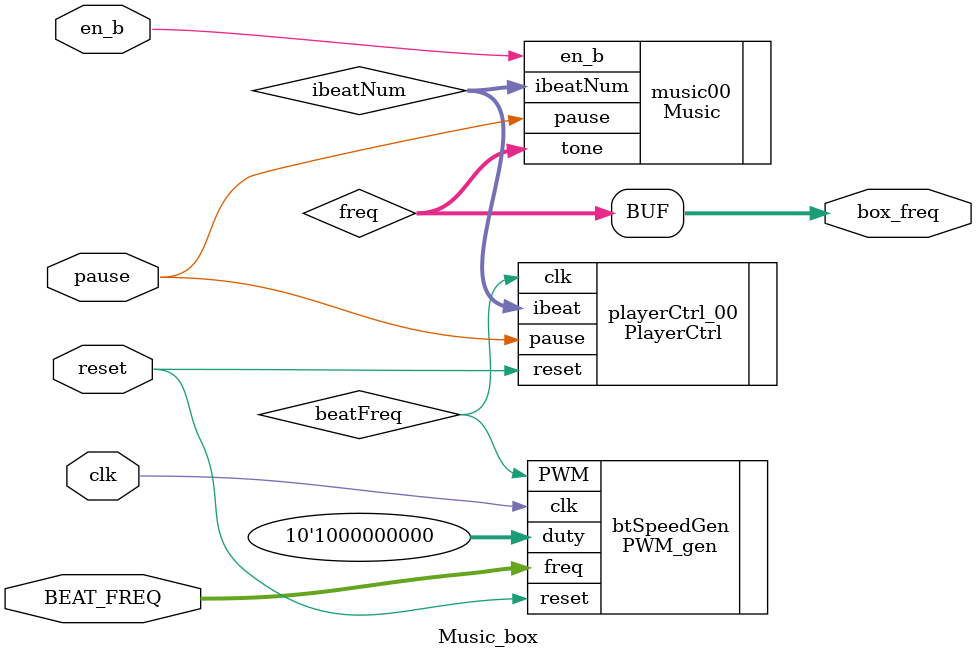
<source format=v>
module Music_box(clk,reset,BEAT_FREQ,box_freq,pause,en_b);

	input clk,reset,en_b,pause;
	input [31:0] BEAT_FREQ;
	output reg [31:0] box_freq;
	wire [31:0] freq;
	
	parameter Memory_Length = 1000;
	parameter DUTY_BEST = 10'd512;	//duty cycle=50%
	
	wire beatFreq;
	wire [7:0]ibeatNum;
	
	
	PWM_gen btSpeedGen ( 
		.clk(clk), 
		.reset(reset),
		.freq(BEAT_FREQ),
		.duty(DUTY_BEST), 
		.PWM(beatFreq)
	);
	
	PlayerCtrl playerCtrl_00 (
		.pause(pause),
		.clk(beatFreq),
		.reset(reset),
		.ibeat(ibeatNum)
	);
	Music music00 (
		.ibeatNum(ibeatNum),
		.en_b(en_b),
		.pause(pause),
		.tone(freq)
	);
	
	always@(*) begin
		box_freq = freq;
	end
	
	
endmodule

</source>
